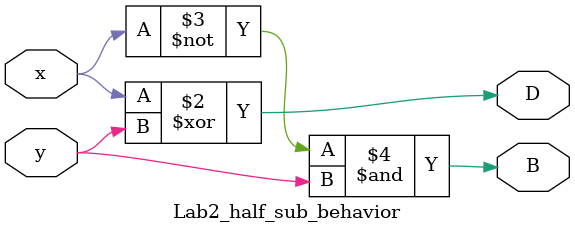
<source format=v>
module Lab2_half_sub_behavior(output reg D, B, input x, y);
	always @(x, y)begin
		D = x ^ y;
		B = (~x) & y;
	end
endmodule
</source>
